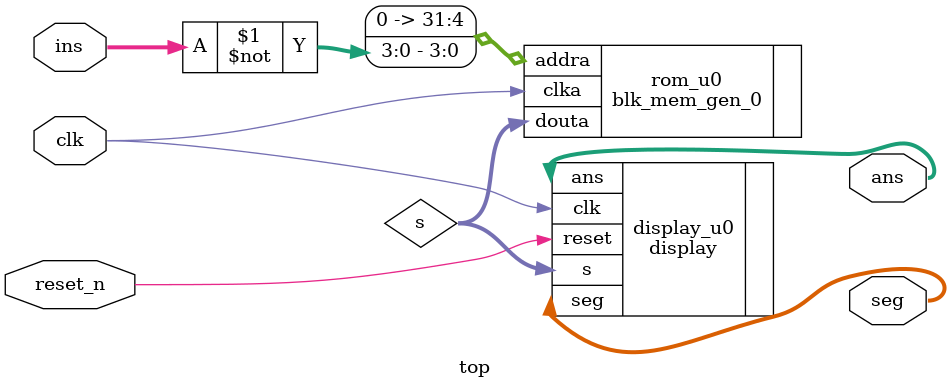
<source format=v>
`timescale 1ns / 1ps

module top(
    input [3:0] ins,
    input clk,
    input reset_n,
    output [6:0] seg,
    output [5:0] ans
    );

    wire [31:0] s;

    blk_mem_gen_0 rom_u0(
    .clka(clk),    // input wire clka
    .addra({28'b0,~ins[3:0]}),  // input wire [7 : 0] addra
    .douta(s)  // output wire [31 : 0] douta
    );

    display display_u0(
    .clk(clk),
    .reset(reset_n),
    .s(s),
    .seg(seg),
    .ans(ans)
    );

endmodule

</source>
